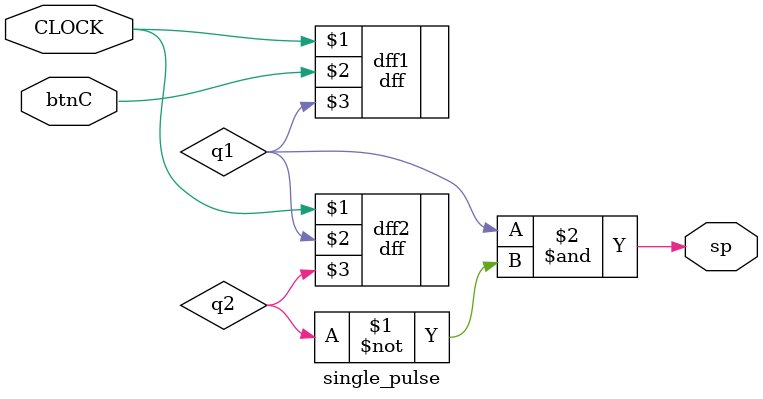
<source format=v>
`timescale 1ns / 1ps


module single_pulse(
    input CLOCK,
    input btnC,
    output sp
    );
    wire q1, q2;
    dff dff1(CLOCK, btnC, q1);
    dff dff2(CLOCK, q1, q2);
    assign sp=q1&~q2;
endmodule
</source>
